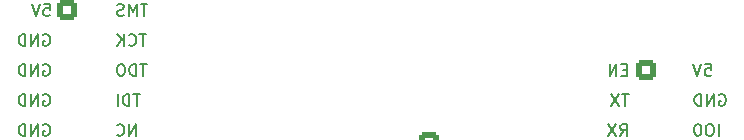
<source format=gbr>
%TF.GenerationSoftware,KiCad,Pcbnew,9.0.3*%
%TF.CreationDate,2025-08-13T19:57:12+00:00*%
%TF.ProjectId,type(one),74797065-286f-46e6-9529-2e6b69636164,1.0*%
%TF.SameCoordinates,Original*%
%TF.FileFunction,Legend,Bot*%
%TF.FilePolarity,Positive*%
%FSLAX46Y46*%
G04 Gerber Fmt 4.6, Leading zero omitted, Abs format (unit mm)*
G04 Created by KiCad (PCBNEW 9.0.3) date 2025-08-13 19:57:12*
%MOMM*%
%LPD*%
G01*
G04 APERTURE LIST*
G04 Aperture macros list*
%AMRoundRect*
0 Rectangle with rounded corners*
0 $1 Rounding radius*
0 $2 $3 $4 $5 $6 $7 $8 $9 X,Y pos of 4 corners*
0 Add a 4 corners polygon primitive as box body*
4,1,4,$2,$3,$4,$5,$6,$7,$8,$9,$2,$3,0*
0 Add four circle primitives for the rounded corners*
1,1,$1+$1,$2,$3*
1,1,$1+$1,$4,$5*
1,1,$1+$1,$6,$7*
1,1,$1+$1,$8,$9*
0 Add four rect primitives between the rounded corners*
20,1,$1+$1,$2,$3,$4,$5,0*
20,1,$1+$1,$4,$5,$6,$7,0*
20,1,$1+$1,$6,$7,$8,$9,0*
20,1,$1+$1,$8,$9,$2,$3,0*%
G04 Aperture macros list end*
%ADD10C,0.150000*%
%ADD11R,1.800000X1.800000*%
%ADD12C,1.800000*%
%ADD13R,3.000000X3.000000*%
%ADD14C,1.600000*%
%ADD15C,1.440000*%
%ADD16RoundRect,0.250000X-0.550000X-0.550000X0.550000X-0.550000X0.550000X0.550000X-0.550000X0.550000X0*%
%ADD17C,1.400000*%
%ADD18O,1.740000X2.190000*%
%ADD19RoundRect,0.250000X-0.620000X-0.845000X0.620000X-0.845000X0.620000X0.845000X-0.620000X0.845000X0*%
%ADD20O,1.500000X1.050000*%
%ADD21R,1.500000X1.050000*%
%ADD22RoundRect,0.250000X-0.600000X-0.600000X0.600000X-0.600000X0.600000X0.600000X-0.600000X0.600000X0*%
%ADD23C,1.700000*%
%ADD24O,1.905000X2.000000*%
%ADD25R,1.905000X2.000000*%
%ADD26C,1.300000*%
%ADD27R,1.050000X1.500000*%
%ADD28O,1.050000X1.500000*%
%ADD29O,2.000000X1.905000*%
%ADD30R,2.000000X1.905000*%
%ADD31RoundRect,0.250000X-0.550000X0.550000X-0.550000X-0.550000X0.550000X-0.550000X0.550000X0.550000X0*%
%ADD32C,1.200000*%
%ADD33RoundRect,0.250000X0.620000X0.845000X-0.620000X0.845000X-0.620000X-0.845000X0.620000X-0.845000X0*%
G04 APERTURE END LIST*
D10*
X141290588Y-117564819D02*
X140719160Y-117564819D01*
X141004874Y-118564819D02*
X141004874Y-117564819D01*
X140385826Y-118564819D02*
X140385826Y-117564819D01*
X140385826Y-117564819D02*
X140052493Y-118279104D01*
X140052493Y-118279104D02*
X139719160Y-117564819D01*
X139719160Y-117564819D02*
X139719160Y-118564819D01*
X139290588Y-118517200D02*
X139147731Y-118564819D01*
X139147731Y-118564819D02*
X138909636Y-118564819D01*
X138909636Y-118564819D02*
X138814398Y-118517200D01*
X138814398Y-118517200D02*
X138766779Y-118469580D01*
X138766779Y-118469580D02*
X138719160Y-118374342D01*
X138719160Y-118374342D02*
X138719160Y-118279104D01*
X138719160Y-118279104D02*
X138766779Y-118183866D01*
X138766779Y-118183866D02*
X138814398Y-118136247D01*
X138814398Y-118136247D02*
X138909636Y-118088628D01*
X138909636Y-118088628D02*
X139100112Y-118041009D01*
X139100112Y-118041009D02*
X139195350Y-117993390D01*
X139195350Y-117993390D02*
X139242969Y-117945771D01*
X139242969Y-117945771D02*
X139290588Y-117850533D01*
X139290588Y-117850533D02*
X139290588Y-117755295D01*
X139290588Y-117755295D02*
X139242969Y-117660057D01*
X139242969Y-117660057D02*
X139195350Y-117612438D01*
X139195350Y-117612438D02*
X139100112Y-117564819D01*
X139100112Y-117564819D02*
X138862017Y-117564819D01*
X138862017Y-117564819D02*
X138719160Y-117612438D01*
X141242969Y-122644819D02*
X140671541Y-122644819D01*
X140957255Y-123644819D02*
X140957255Y-122644819D01*
X140338207Y-123644819D02*
X140338207Y-122644819D01*
X140338207Y-122644819D02*
X140100112Y-122644819D01*
X140100112Y-122644819D02*
X139957255Y-122692438D01*
X139957255Y-122692438D02*
X139862017Y-122787676D01*
X139862017Y-122787676D02*
X139814398Y-122882914D01*
X139814398Y-122882914D02*
X139766779Y-123073390D01*
X139766779Y-123073390D02*
X139766779Y-123216247D01*
X139766779Y-123216247D02*
X139814398Y-123406723D01*
X139814398Y-123406723D02*
X139862017Y-123501961D01*
X139862017Y-123501961D02*
X139957255Y-123597200D01*
X139957255Y-123597200D02*
X140100112Y-123644819D01*
X140100112Y-123644819D02*
X140338207Y-123644819D01*
X139147731Y-122644819D02*
X138957255Y-122644819D01*
X138957255Y-122644819D02*
X138862017Y-122692438D01*
X138862017Y-122692438D02*
X138766779Y-122787676D01*
X138766779Y-122787676D02*
X138719160Y-122978152D01*
X138719160Y-122978152D02*
X138719160Y-123311485D01*
X138719160Y-123311485D02*
X138766779Y-123501961D01*
X138766779Y-123501961D02*
X138862017Y-123597200D01*
X138862017Y-123597200D02*
X138957255Y-123644819D01*
X138957255Y-123644819D02*
X139147731Y-123644819D01*
X139147731Y-123644819D02*
X139242969Y-123597200D01*
X139242969Y-123597200D02*
X139338207Y-123501961D01*
X139338207Y-123501961D02*
X139385826Y-123311485D01*
X139385826Y-123311485D02*
X139385826Y-122978152D01*
X139385826Y-122978152D02*
X139338207Y-122787676D01*
X139338207Y-122787676D02*
X139242969Y-122692438D01*
X139242969Y-122692438D02*
X139147731Y-122644819D01*
X132489411Y-125232438D02*
X132584649Y-125184819D01*
X132584649Y-125184819D02*
X132727506Y-125184819D01*
X132727506Y-125184819D02*
X132870363Y-125232438D01*
X132870363Y-125232438D02*
X132965601Y-125327676D01*
X132965601Y-125327676D02*
X133013220Y-125422914D01*
X133013220Y-125422914D02*
X133060839Y-125613390D01*
X133060839Y-125613390D02*
X133060839Y-125756247D01*
X133060839Y-125756247D02*
X133013220Y-125946723D01*
X133013220Y-125946723D02*
X132965601Y-126041961D01*
X132965601Y-126041961D02*
X132870363Y-126137200D01*
X132870363Y-126137200D02*
X132727506Y-126184819D01*
X132727506Y-126184819D02*
X132632268Y-126184819D01*
X132632268Y-126184819D02*
X132489411Y-126137200D01*
X132489411Y-126137200D02*
X132441792Y-126089580D01*
X132441792Y-126089580D02*
X132441792Y-125756247D01*
X132441792Y-125756247D02*
X132632268Y-125756247D01*
X132013220Y-126184819D02*
X132013220Y-125184819D01*
X132013220Y-125184819D02*
X131441792Y-126184819D01*
X131441792Y-126184819D02*
X131441792Y-125184819D01*
X130965601Y-126184819D02*
X130965601Y-125184819D01*
X130965601Y-125184819D02*
X130727506Y-125184819D01*
X130727506Y-125184819D02*
X130584649Y-125232438D01*
X130584649Y-125232438D02*
X130489411Y-125327676D01*
X130489411Y-125327676D02*
X130441792Y-125422914D01*
X130441792Y-125422914D02*
X130394173Y-125613390D01*
X130394173Y-125613390D02*
X130394173Y-125756247D01*
X130394173Y-125756247D02*
X130441792Y-125946723D01*
X130441792Y-125946723D02*
X130489411Y-126041961D01*
X130489411Y-126041961D02*
X130584649Y-126137200D01*
X130584649Y-126137200D02*
X130727506Y-126184819D01*
X130727506Y-126184819D02*
X130965601Y-126184819D01*
X140338207Y-128724819D02*
X140338207Y-127724819D01*
X140338207Y-127724819D02*
X139766779Y-128724819D01*
X139766779Y-128724819D02*
X139766779Y-127724819D01*
X138719160Y-128629580D02*
X138766779Y-128677200D01*
X138766779Y-128677200D02*
X138909636Y-128724819D01*
X138909636Y-128724819D02*
X139004874Y-128724819D01*
X139004874Y-128724819D02*
X139147731Y-128677200D01*
X139147731Y-128677200D02*
X139242969Y-128581961D01*
X139242969Y-128581961D02*
X139290588Y-128486723D01*
X139290588Y-128486723D02*
X139338207Y-128296247D01*
X139338207Y-128296247D02*
X139338207Y-128153390D01*
X139338207Y-128153390D02*
X139290588Y-127962914D01*
X139290588Y-127962914D02*
X139242969Y-127867676D01*
X139242969Y-127867676D02*
X139147731Y-127772438D01*
X139147731Y-127772438D02*
X139004874Y-127724819D01*
X139004874Y-127724819D02*
X138909636Y-127724819D01*
X138909636Y-127724819D02*
X138766779Y-127772438D01*
X138766779Y-127772438D02*
X138719160Y-127820057D01*
X132489411Y-122692438D02*
X132584649Y-122644819D01*
X132584649Y-122644819D02*
X132727506Y-122644819D01*
X132727506Y-122644819D02*
X132870363Y-122692438D01*
X132870363Y-122692438D02*
X132965601Y-122787676D01*
X132965601Y-122787676D02*
X133013220Y-122882914D01*
X133013220Y-122882914D02*
X133060839Y-123073390D01*
X133060839Y-123073390D02*
X133060839Y-123216247D01*
X133060839Y-123216247D02*
X133013220Y-123406723D01*
X133013220Y-123406723D02*
X132965601Y-123501961D01*
X132965601Y-123501961D02*
X132870363Y-123597200D01*
X132870363Y-123597200D02*
X132727506Y-123644819D01*
X132727506Y-123644819D02*
X132632268Y-123644819D01*
X132632268Y-123644819D02*
X132489411Y-123597200D01*
X132489411Y-123597200D02*
X132441792Y-123549580D01*
X132441792Y-123549580D02*
X132441792Y-123216247D01*
X132441792Y-123216247D02*
X132632268Y-123216247D01*
X132013220Y-123644819D02*
X132013220Y-122644819D01*
X132013220Y-122644819D02*
X131441792Y-123644819D01*
X131441792Y-123644819D02*
X131441792Y-122644819D01*
X130965601Y-123644819D02*
X130965601Y-122644819D01*
X130965601Y-122644819D02*
X130727506Y-122644819D01*
X130727506Y-122644819D02*
X130584649Y-122692438D01*
X130584649Y-122692438D02*
X130489411Y-122787676D01*
X130489411Y-122787676D02*
X130441792Y-122882914D01*
X130441792Y-122882914D02*
X130394173Y-123073390D01*
X130394173Y-123073390D02*
X130394173Y-123216247D01*
X130394173Y-123216247D02*
X130441792Y-123406723D01*
X130441792Y-123406723D02*
X130489411Y-123501961D01*
X130489411Y-123501961D02*
X130584649Y-123597200D01*
X130584649Y-123597200D02*
X130727506Y-123644819D01*
X130727506Y-123644819D02*
X130965601Y-123644819D01*
X132489411Y-127772438D02*
X132584649Y-127724819D01*
X132584649Y-127724819D02*
X132727506Y-127724819D01*
X132727506Y-127724819D02*
X132870363Y-127772438D01*
X132870363Y-127772438D02*
X132965601Y-127867676D01*
X132965601Y-127867676D02*
X133013220Y-127962914D01*
X133013220Y-127962914D02*
X133060839Y-128153390D01*
X133060839Y-128153390D02*
X133060839Y-128296247D01*
X133060839Y-128296247D02*
X133013220Y-128486723D01*
X133013220Y-128486723D02*
X132965601Y-128581961D01*
X132965601Y-128581961D02*
X132870363Y-128677200D01*
X132870363Y-128677200D02*
X132727506Y-128724819D01*
X132727506Y-128724819D02*
X132632268Y-128724819D01*
X132632268Y-128724819D02*
X132489411Y-128677200D01*
X132489411Y-128677200D02*
X132441792Y-128629580D01*
X132441792Y-128629580D02*
X132441792Y-128296247D01*
X132441792Y-128296247D02*
X132632268Y-128296247D01*
X132013220Y-128724819D02*
X132013220Y-127724819D01*
X132013220Y-127724819D02*
X131441792Y-128724819D01*
X131441792Y-128724819D02*
X131441792Y-127724819D01*
X130965601Y-128724819D02*
X130965601Y-127724819D01*
X130965601Y-127724819D02*
X130727506Y-127724819D01*
X130727506Y-127724819D02*
X130584649Y-127772438D01*
X130584649Y-127772438D02*
X130489411Y-127867676D01*
X130489411Y-127867676D02*
X130441792Y-127962914D01*
X130441792Y-127962914D02*
X130394173Y-128153390D01*
X130394173Y-128153390D02*
X130394173Y-128296247D01*
X130394173Y-128296247D02*
X130441792Y-128486723D01*
X130441792Y-128486723D02*
X130489411Y-128581961D01*
X130489411Y-128581961D02*
X130584649Y-128677200D01*
X130584649Y-128677200D02*
X130727506Y-128724819D01*
X130727506Y-128724819D02*
X130965601Y-128724819D01*
X140671540Y-125184819D02*
X140100112Y-125184819D01*
X140385826Y-126184819D02*
X140385826Y-125184819D01*
X139766778Y-126184819D02*
X139766778Y-125184819D01*
X139766778Y-125184819D02*
X139528683Y-125184819D01*
X139528683Y-125184819D02*
X139385826Y-125232438D01*
X139385826Y-125232438D02*
X139290588Y-125327676D01*
X139290588Y-125327676D02*
X139242969Y-125422914D01*
X139242969Y-125422914D02*
X139195350Y-125613390D01*
X139195350Y-125613390D02*
X139195350Y-125756247D01*
X139195350Y-125756247D02*
X139242969Y-125946723D01*
X139242969Y-125946723D02*
X139290588Y-126041961D01*
X139290588Y-126041961D02*
X139385826Y-126137200D01*
X139385826Y-126137200D02*
X139528683Y-126184819D01*
X139528683Y-126184819D02*
X139766778Y-126184819D01*
X138766778Y-126184819D02*
X138766778Y-125184819D01*
X141195350Y-120104819D02*
X140623922Y-120104819D01*
X140909636Y-121104819D02*
X140909636Y-120104819D01*
X139719160Y-121009580D02*
X139766779Y-121057200D01*
X139766779Y-121057200D02*
X139909636Y-121104819D01*
X139909636Y-121104819D02*
X140004874Y-121104819D01*
X140004874Y-121104819D02*
X140147731Y-121057200D01*
X140147731Y-121057200D02*
X140242969Y-120961961D01*
X140242969Y-120961961D02*
X140290588Y-120866723D01*
X140290588Y-120866723D02*
X140338207Y-120676247D01*
X140338207Y-120676247D02*
X140338207Y-120533390D01*
X140338207Y-120533390D02*
X140290588Y-120342914D01*
X140290588Y-120342914D02*
X140242969Y-120247676D01*
X140242969Y-120247676D02*
X140147731Y-120152438D01*
X140147731Y-120152438D02*
X140004874Y-120104819D01*
X140004874Y-120104819D02*
X139909636Y-120104819D01*
X139909636Y-120104819D02*
X139766779Y-120152438D01*
X139766779Y-120152438D02*
X139719160Y-120200057D01*
X139290588Y-121104819D02*
X139290588Y-120104819D01*
X138719160Y-121104819D02*
X139147731Y-120533390D01*
X138719160Y-120104819D02*
X139290588Y-120676247D01*
X132489411Y-120152438D02*
X132584649Y-120104819D01*
X132584649Y-120104819D02*
X132727506Y-120104819D01*
X132727506Y-120104819D02*
X132870363Y-120152438D01*
X132870363Y-120152438D02*
X132965601Y-120247676D01*
X132965601Y-120247676D02*
X133013220Y-120342914D01*
X133013220Y-120342914D02*
X133060839Y-120533390D01*
X133060839Y-120533390D02*
X133060839Y-120676247D01*
X133060839Y-120676247D02*
X133013220Y-120866723D01*
X133013220Y-120866723D02*
X132965601Y-120961961D01*
X132965601Y-120961961D02*
X132870363Y-121057200D01*
X132870363Y-121057200D02*
X132727506Y-121104819D01*
X132727506Y-121104819D02*
X132632268Y-121104819D01*
X132632268Y-121104819D02*
X132489411Y-121057200D01*
X132489411Y-121057200D02*
X132441792Y-121009580D01*
X132441792Y-121009580D02*
X132441792Y-120676247D01*
X132441792Y-120676247D02*
X132632268Y-120676247D01*
X132013220Y-121104819D02*
X132013220Y-120104819D01*
X132013220Y-120104819D02*
X131441792Y-121104819D01*
X131441792Y-121104819D02*
X131441792Y-120104819D01*
X130965601Y-121104819D02*
X130965601Y-120104819D01*
X130965601Y-120104819D02*
X130727506Y-120104819D01*
X130727506Y-120104819D02*
X130584649Y-120152438D01*
X130584649Y-120152438D02*
X130489411Y-120247676D01*
X130489411Y-120247676D02*
X130441792Y-120342914D01*
X130441792Y-120342914D02*
X130394173Y-120533390D01*
X130394173Y-120533390D02*
X130394173Y-120676247D01*
X130394173Y-120676247D02*
X130441792Y-120866723D01*
X130441792Y-120866723D02*
X130489411Y-120961961D01*
X130489411Y-120961961D02*
X130584649Y-121057200D01*
X130584649Y-121057200D02*
X130727506Y-121104819D01*
X130727506Y-121104819D02*
X130965601Y-121104819D01*
X132537030Y-117564819D02*
X133013220Y-117564819D01*
X133013220Y-117564819D02*
X133060839Y-118041009D01*
X133060839Y-118041009D02*
X133013220Y-117993390D01*
X133013220Y-117993390D02*
X132917982Y-117945771D01*
X132917982Y-117945771D02*
X132679887Y-117945771D01*
X132679887Y-117945771D02*
X132584649Y-117993390D01*
X132584649Y-117993390D02*
X132537030Y-118041009D01*
X132537030Y-118041009D02*
X132489411Y-118136247D01*
X132489411Y-118136247D02*
X132489411Y-118374342D01*
X132489411Y-118374342D02*
X132537030Y-118469580D01*
X132537030Y-118469580D02*
X132584649Y-118517200D01*
X132584649Y-118517200D02*
X132679887Y-118564819D01*
X132679887Y-118564819D02*
X132917982Y-118564819D01*
X132917982Y-118564819D02*
X133013220Y-118517200D01*
X133013220Y-118517200D02*
X133060839Y-118469580D01*
X132203696Y-117564819D02*
X131870363Y-118564819D01*
X131870363Y-118564819D02*
X131537030Y-117564819D01*
X181336792Y-128724819D02*
X181670125Y-128248628D01*
X181908220Y-128724819D02*
X181908220Y-127724819D01*
X181908220Y-127724819D02*
X181527268Y-127724819D01*
X181527268Y-127724819D02*
X181432030Y-127772438D01*
X181432030Y-127772438D02*
X181384411Y-127820057D01*
X181384411Y-127820057D02*
X181336792Y-127915295D01*
X181336792Y-127915295D02*
X181336792Y-128058152D01*
X181336792Y-128058152D02*
X181384411Y-128153390D01*
X181384411Y-128153390D02*
X181432030Y-128201009D01*
X181432030Y-128201009D02*
X181527268Y-128248628D01*
X181527268Y-128248628D02*
X181908220Y-128248628D01*
X181003458Y-127724819D02*
X180336792Y-128724819D01*
X180336792Y-127724819D02*
X181003458Y-128724819D01*
X189661778Y-128724819D02*
X189661778Y-127724819D01*
X188995112Y-127724819D02*
X188804636Y-127724819D01*
X188804636Y-127724819D02*
X188709398Y-127772438D01*
X188709398Y-127772438D02*
X188614160Y-127867676D01*
X188614160Y-127867676D02*
X188566541Y-128058152D01*
X188566541Y-128058152D02*
X188566541Y-128391485D01*
X188566541Y-128391485D02*
X188614160Y-128581961D01*
X188614160Y-128581961D02*
X188709398Y-128677200D01*
X188709398Y-128677200D02*
X188804636Y-128724819D01*
X188804636Y-128724819D02*
X188995112Y-128724819D01*
X188995112Y-128724819D02*
X189090350Y-128677200D01*
X189090350Y-128677200D02*
X189185588Y-128581961D01*
X189185588Y-128581961D02*
X189233207Y-128391485D01*
X189233207Y-128391485D02*
X189233207Y-128058152D01*
X189233207Y-128058152D02*
X189185588Y-127867676D01*
X189185588Y-127867676D02*
X189090350Y-127772438D01*
X189090350Y-127772438D02*
X188995112Y-127724819D01*
X187947493Y-127724819D02*
X187852255Y-127724819D01*
X187852255Y-127724819D02*
X187757017Y-127772438D01*
X187757017Y-127772438D02*
X187709398Y-127820057D01*
X187709398Y-127820057D02*
X187661779Y-127915295D01*
X187661779Y-127915295D02*
X187614160Y-128105771D01*
X187614160Y-128105771D02*
X187614160Y-128343866D01*
X187614160Y-128343866D02*
X187661779Y-128534342D01*
X187661779Y-128534342D02*
X187709398Y-128629580D01*
X187709398Y-128629580D02*
X187757017Y-128677200D01*
X187757017Y-128677200D02*
X187852255Y-128724819D01*
X187852255Y-128724819D02*
X187947493Y-128724819D01*
X187947493Y-128724819D02*
X188042731Y-128677200D01*
X188042731Y-128677200D02*
X188090350Y-128629580D01*
X188090350Y-128629580D02*
X188137969Y-128534342D01*
X188137969Y-128534342D02*
X188185588Y-128343866D01*
X188185588Y-128343866D02*
X188185588Y-128105771D01*
X188185588Y-128105771D02*
X188137969Y-127915295D01*
X188137969Y-127915295D02*
X188090350Y-127820057D01*
X188090350Y-127820057D02*
X188042731Y-127772438D01*
X188042731Y-127772438D02*
X187947493Y-127724819D01*
X182051077Y-125184819D02*
X181479649Y-125184819D01*
X181765363Y-126184819D02*
X181765363Y-125184819D01*
X181241553Y-125184819D02*
X180574887Y-126184819D01*
X180574887Y-125184819D02*
X181241553Y-126184819D01*
X188518922Y-122644819D02*
X188995112Y-122644819D01*
X188995112Y-122644819D02*
X189042731Y-123121009D01*
X189042731Y-123121009D02*
X188995112Y-123073390D01*
X188995112Y-123073390D02*
X188899874Y-123025771D01*
X188899874Y-123025771D02*
X188661779Y-123025771D01*
X188661779Y-123025771D02*
X188566541Y-123073390D01*
X188566541Y-123073390D02*
X188518922Y-123121009D01*
X188518922Y-123121009D02*
X188471303Y-123216247D01*
X188471303Y-123216247D02*
X188471303Y-123454342D01*
X188471303Y-123454342D02*
X188518922Y-123549580D01*
X188518922Y-123549580D02*
X188566541Y-123597200D01*
X188566541Y-123597200D02*
X188661779Y-123644819D01*
X188661779Y-123644819D02*
X188899874Y-123644819D01*
X188899874Y-123644819D02*
X188995112Y-123597200D01*
X188995112Y-123597200D02*
X189042731Y-123549580D01*
X188185588Y-122644819D02*
X187852255Y-123644819D01*
X187852255Y-123644819D02*
X187518922Y-122644819D01*
X189709398Y-125232438D02*
X189804636Y-125184819D01*
X189804636Y-125184819D02*
X189947493Y-125184819D01*
X189947493Y-125184819D02*
X190090350Y-125232438D01*
X190090350Y-125232438D02*
X190185588Y-125327676D01*
X190185588Y-125327676D02*
X190233207Y-125422914D01*
X190233207Y-125422914D02*
X190280826Y-125613390D01*
X190280826Y-125613390D02*
X190280826Y-125756247D01*
X190280826Y-125756247D02*
X190233207Y-125946723D01*
X190233207Y-125946723D02*
X190185588Y-126041961D01*
X190185588Y-126041961D02*
X190090350Y-126137200D01*
X190090350Y-126137200D02*
X189947493Y-126184819D01*
X189947493Y-126184819D02*
X189852255Y-126184819D01*
X189852255Y-126184819D02*
X189709398Y-126137200D01*
X189709398Y-126137200D02*
X189661779Y-126089580D01*
X189661779Y-126089580D02*
X189661779Y-125756247D01*
X189661779Y-125756247D02*
X189852255Y-125756247D01*
X189233207Y-126184819D02*
X189233207Y-125184819D01*
X189233207Y-125184819D02*
X188661779Y-126184819D01*
X188661779Y-126184819D02*
X188661779Y-125184819D01*
X188185588Y-126184819D02*
X188185588Y-125184819D01*
X188185588Y-125184819D02*
X187947493Y-125184819D01*
X187947493Y-125184819D02*
X187804636Y-125232438D01*
X187804636Y-125232438D02*
X187709398Y-125327676D01*
X187709398Y-125327676D02*
X187661779Y-125422914D01*
X187661779Y-125422914D02*
X187614160Y-125613390D01*
X187614160Y-125613390D02*
X187614160Y-125756247D01*
X187614160Y-125756247D02*
X187661779Y-125946723D01*
X187661779Y-125946723D02*
X187709398Y-126041961D01*
X187709398Y-126041961D02*
X187804636Y-126137200D01*
X187804636Y-126137200D02*
X187947493Y-126184819D01*
X187947493Y-126184819D02*
X188185588Y-126184819D01*
X181908220Y-123121009D02*
X181574887Y-123121009D01*
X181432030Y-123644819D02*
X181908220Y-123644819D01*
X181908220Y-123644819D02*
X181908220Y-122644819D01*
X181908220Y-122644819D02*
X181432030Y-122644819D01*
X181003458Y-123644819D02*
X181003458Y-122644819D01*
X181003458Y-122644819D02*
X180432030Y-123644819D01*
X180432030Y-123644819D02*
X180432030Y-122644819D01*
%LPC*%
D11*
%TO.C,Q1*%
X103505000Y-120650000D03*
D12*
X106045000Y-120650000D03*
X108585000Y-120650000D03*
%TD*%
D13*
%TO.C,TP7*%
X180975000Y-101600000D03*
%TD*%
%TO.C,TP6*%
X180975000Y-109835000D03*
%TD*%
%TO.C,TP8*%
X180975000Y-93325000D03*
%TD*%
D14*
%TO.C,C1*%
X199475000Y-106045000D03*
X204475000Y-106045000D03*
%TD*%
D15*
%TO.C,RV1*%
X199395000Y-110490000D03*
X201935000Y-113030000D03*
X204475000Y-110490000D03*
%TD*%
D14*
%TO.C,U2*%
X205745000Y-93345000D03*
X205745000Y-95885000D03*
X205745000Y-98425000D03*
X205745000Y-100965000D03*
X198125000Y-100965000D03*
X198125000Y-98425000D03*
X198125000Y-95885000D03*
D16*
X198125000Y-93345000D03*
%TD*%
D17*
%TO.C,R7*%
X205910000Y-123190000D03*
X195410000Y-123190000D03*
%TD*%
D18*
%TO.C,J6*%
X205740000Y-129540000D03*
D19*
X203200000Y-129540000D03*
%TD*%
D20*
%TO.C,Q4*%
X197485000Y-128270000D03*
X197485000Y-129540000D03*
D21*
X197485000Y-130810000D03*
%TD*%
D22*
%TO.C,J8*%
X134502500Y-118110000D03*
D23*
X137042500Y-118110000D03*
X134502500Y-120650000D03*
X137042500Y-120650000D03*
X134502500Y-123190000D03*
X137042500Y-123190000D03*
X134502500Y-125730000D03*
X137042500Y-125730000D03*
X134502500Y-128270000D03*
X137042500Y-128270000D03*
%TD*%
D13*
%TO.C,TP4*%
X160020000Y-129540000D03*
%TD*%
D24*
%TO.C,U5*%
X149225000Y-121015000D03*
X151765000Y-121015000D03*
D25*
X154305000Y-121015000D03*
%TD*%
D26*
%TO.C,C8*%
X150860000Y-115570000D03*
X148860000Y-115570000D03*
%TD*%
%TO.C,C7*%
X157210000Y-115570000D03*
X155210000Y-115570000D03*
%TD*%
D15*
%TO.C,RV3*%
X154305000Y-130175000D03*
X151765000Y-127635000D03*
X149225000Y-130175000D03*
%TD*%
D18*
%TO.C,J5*%
X175260000Y-129540000D03*
X172720000Y-129540000D03*
X170180000Y-129540000D03*
X167640000Y-129540000D03*
D19*
X165100000Y-129540000D03*
%TD*%
D23*
%TO.C,J7*%
X186055000Y-128270000D03*
X183515000Y-128270000D03*
X186055000Y-125730000D03*
X183515000Y-125730000D03*
X186055000Y-123190000D03*
D22*
X183515000Y-123190000D03*
%TD*%
D17*
%TO.C,R4*%
X127170000Y-123825000D03*
X116670000Y-123825000D03*
%TD*%
D27*
%TO.C,Q2*%
X113030000Y-120650000D03*
D28*
X114300000Y-120650000D03*
X115570000Y-120650000D03*
%TD*%
D17*
%TO.C,R3*%
X116375000Y-116205000D03*
X105875000Y-116205000D03*
%TD*%
D12*
%TO.C,R10*%
X127950000Y-110540000D03*
X127950000Y-95540000D03*
%TD*%
D29*
%TO.C,Q3*%
X115885000Y-84625000D03*
X115885000Y-87165000D03*
D30*
X115885000Y-89705000D03*
%TD*%
D29*
%TO.C,D2*%
X124460000Y-89705000D03*
X124460000Y-87165000D03*
D30*
X124460000Y-84625000D03*
%TD*%
D14*
%TO.C,C10*%
X131445000Y-88395000D03*
X131445000Y-83395000D03*
%TD*%
%TO.C,D1*%
X120015000Y-90975000D03*
D31*
X120015000Y-83355000D03*
%TD*%
D13*
%TO.C,TP9*%
X104140000Y-76835000D03*
%TD*%
%TO.C,TP1*%
X115570000Y-76835000D03*
%TD*%
D18*
%TO.C,SW1*%
X133350000Y-69850000D03*
D19*
X130810000Y-69850000D03*
%TD*%
%TO.C,J1*%
X104140000Y-69850000D03*
D18*
X106680000Y-69850000D03*
%TD*%
D15*
%TO.C,RV2*%
X197485000Y-83820000D03*
X200025000Y-81280000D03*
X202565000Y-83820000D03*
%TD*%
D26*
%TO.C,C11*%
X140650000Y-105215000D03*
X140650000Y-103215000D03*
%TD*%
D12*
%TO.C,D3*%
X138745000Y-80740000D03*
X138745000Y-89440000D03*
%TD*%
D13*
%TO.C,TP2*%
X133350000Y-76835000D03*
%TD*%
D14*
%TO.C,C9*%
X104140000Y-89665000D03*
X104140000Y-84665000D03*
%TD*%
D19*
%TO.C,F1*%
X113030000Y-69850000D03*
D18*
X115570000Y-69850000D03*
%TD*%
D14*
%TO.C,C5*%
X114935000Y-104310000D03*
X109935000Y-104310000D03*
%TD*%
D17*
%TO.C,R1*%
X194950000Y-103675000D03*
X194950000Y-93175000D03*
%TD*%
D13*
%TO.C,TP3*%
X106045000Y-109855000D03*
%TD*%
D19*
%TO.C,J4*%
X102870000Y-129540000D03*
D18*
X105410000Y-129540000D03*
X107950000Y-129540000D03*
X110490000Y-129540000D03*
X113030000Y-129540000D03*
X115570000Y-129540000D03*
%TD*%
D19*
%TO.C,J2*%
X121920000Y-69850000D03*
D18*
X124460000Y-69850000D03*
%TD*%
D26*
%TO.C,C12*%
X134935000Y-104675000D03*
X134935000Y-102675000D03*
%TD*%
D17*
%TO.C,R9*%
X186060000Y-103845000D03*
X186060000Y-93345000D03*
%TD*%
D25*
%TO.C,U4*%
X134935000Y-96690000D03*
D24*
X137475000Y-96690000D03*
X140015000Y-96690000D03*
%TD*%
D14*
%TO.C,C4*%
X152400000Y-95210000D03*
X152400000Y-90210000D03*
%TD*%
D17*
%TO.C,R12*%
X117790000Y-105750000D03*
X117790000Y-95250000D03*
%TD*%
D13*
%TO.C,TP5*%
X125095000Y-76835000D03*
%TD*%
D17*
%TO.C,R11*%
X122235000Y-95250000D03*
X122235000Y-105750000D03*
%TD*%
%TO.C,R8*%
X196510000Y-76200000D03*
X207010000Y-76200000D03*
%TD*%
%TO.C,R5*%
X146685000Y-95715000D03*
X146685000Y-106215000D03*
%TD*%
D32*
%TO.C,C3*%
X146685000Y-92190000D03*
X146685000Y-90690000D03*
%TD*%
D14*
%TO.C,C2*%
X152400000Y-99100000D03*
X152400000Y-104100000D03*
%TD*%
%TO.C,C6*%
X102275000Y-104310000D03*
X107275000Y-104310000D03*
%TD*%
D25*
%TO.C,U3*%
X109535000Y-96690000D03*
D24*
X106995000Y-96690000D03*
X104455000Y-96690000D03*
%TD*%
D17*
%TO.C,R6*%
X108585000Y-94150000D03*
X108585000Y-83650000D03*
%TD*%
%TO.C,R2*%
X190505000Y-108925000D03*
X190505000Y-98425000D03*
%TD*%
D33*
%TO.C,J3*%
X203835000Y-69215000D03*
D18*
X201295000Y-69215000D03*
X198755000Y-69215000D03*
%TD*%
%LPD*%
M02*

</source>
